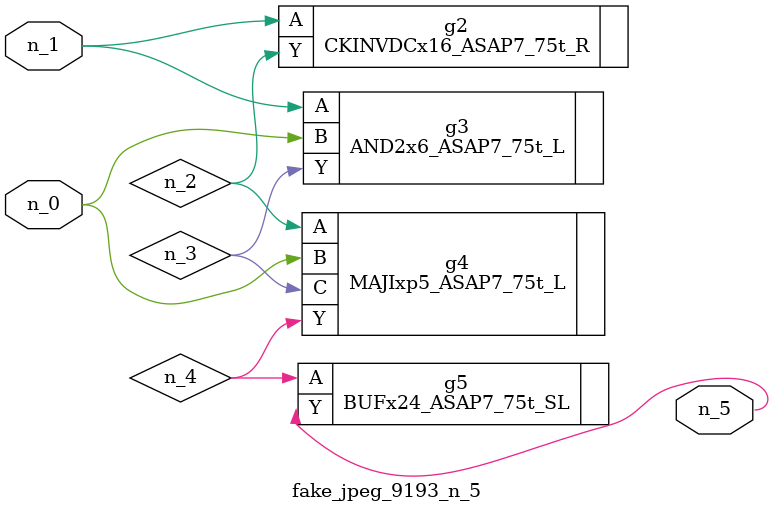
<source format=v>
module fake_jpeg_9193_n_5 (n_0, n_1, n_5);

input n_0;
input n_1;

output n_5;

wire n_3;
wire n_2;
wire n_4;

CKINVDCx16_ASAP7_75t_R g2 ( 
.A(n_1),
.Y(n_2)
);

AND2x6_ASAP7_75t_L g3 ( 
.A(n_1),
.B(n_0),
.Y(n_3)
);

MAJIxp5_ASAP7_75t_L g4 ( 
.A(n_2),
.B(n_0),
.C(n_3),
.Y(n_4)
);

BUFx24_ASAP7_75t_SL g5 ( 
.A(n_4),
.Y(n_5)
);


endmodule
</source>
